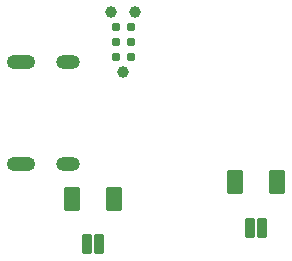
<source format=gbs>
G04 #@! TF.GenerationSoftware,KiCad,Pcbnew,8.0.6*
G04 #@! TF.CreationDate,2025-05-06T14:47:19+02:00*
G04 #@! TF.ProjectId,nRF5340,6e524635-3334-4302-9e6b-696361645f70,rev?*
G04 #@! TF.SameCoordinates,Original*
G04 #@! TF.FileFunction,Soldermask,Bot*
G04 #@! TF.FilePolarity,Negative*
%FSLAX46Y46*%
G04 Gerber Fmt 4.6, Leading zero omitted, Abs format (unit mm)*
G04 Created by KiCad (PCBNEW 8.0.6) date 2025-05-06 14:47:19*
%MOMM*%
%LPD*%
G01*
G04 APERTURE LIST*
G04 Aperture macros list*
%AMRoundRect*
0 Rectangle with rounded corners*
0 $1 Rounding radius*
0 $2 $3 $4 $5 $6 $7 $8 $9 X,Y pos of 4 corners*
0 Add a 4 corners polygon primitive as box body*
4,1,4,$2,$3,$4,$5,$6,$7,$8,$9,$2,$3,0*
0 Add four circle primitives for the rounded corners*
1,1,$1+$1,$2,$3*
1,1,$1+$1,$4,$5*
1,1,$1+$1,$6,$7*
1,1,$1+$1,$8,$9*
0 Add four rect primitives between the rounded corners*
20,1,$1+$1,$2,$3,$4,$5,0*
20,1,$1+$1,$4,$5,$6,$7,0*
20,1,$1+$1,$6,$7,$8,$9,0*
20,1,$1+$1,$8,$9,$2,$3,0*%
G04 Aperture macros list end*
%ADD10O,2.004000X1.204000*%
%ADD11O,2.404000X1.204000*%
%ADD12RoundRect,0.102000X-0.300000X-0.775000X0.300000X-0.775000X0.300000X0.775000X-0.300000X0.775000X0*%
%ADD13RoundRect,0.102000X-0.600000X-0.900000X0.600000X-0.900000X0.600000X0.900000X-0.600000X0.900000X0*%
%ADD14C,0.990600*%
%ADD15C,0.787400*%
G04 APERTURE END LIST*
D10*
X172537501Y-57370748D03*
D11*
X168537500Y-57370747D03*
D10*
X172537502Y-66010752D03*
D11*
X168537500Y-66010753D03*
D12*
X187925001Y-71450002D03*
X188925001Y-71450002D03*
D13*
X186625000Y-67575000D03*
X190225000Y-67575000D03*
D12*
X174124999Y-72850001D03*
X175125001Y-72850002D03*
D13*
X172825000Y-68975000D03*
X176425000Y-68975000D03*
D14*
X177165001Y-58270004D03*
X176149000Y-53190001D03*
X178181002Y-53190001D03*
D15*
X176530001Y-57000002D03*
X177800000Y-57000000D03*
X176530000Y-55730002D03*
X177800000Y-55730002D03*
X176530000Y-54460004D03*
X177799999Y-54460002D03*
M02*

</source>
